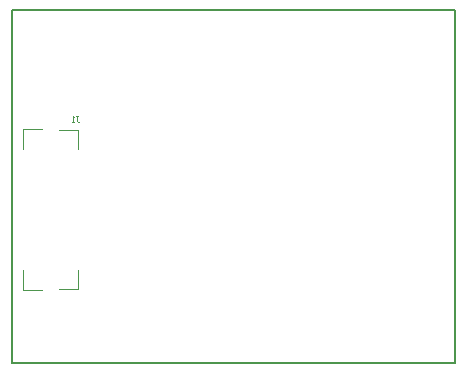
<source format=gbo>
%FSLAX25Y25*%
%MOIN*%
G70*
G01*
G75*
G04 Layer_Color=32896*
%ADD10R,0.01969X0.01969*%
%ADD11R,0.02362X0.01969*%
%ADD12R,0.02559X0.02165*%
%ADD13R,0.03740X0.03740*%
%ADD14R,0.02165X0.02559*%
%ADD15R,0.03740X0.03740*%
%ADD16R,0.01969X0.01378*%
%ADD17R,0.02756X0.01181*%
%ADD18R,0.03504X0.06299*%
%ADD19C,0.01181*%
%ADD20C,0.01000*%
%ADD21C,0.02362*%
%ADD22C,0.01378*%
%ADD23C,0.00787*%
%ADD24C,0.01969*%
%ADD25C,0.11811*%
%ADD26C,0.02165*%
%ADD27R,0.03937X0.01378*%
%ADD28R,0.04724X0.05315*%
%ADD29C,0.01260*%
%ADD30C,0.00591*%
%ADD31C,0.00394*%
%ADD32C,0.00709*%
%ADD33C,0.00276*%
%ADD34R,0.02769X0.02769*%
%ADD35R,0.03162X0.02769*%
%ADD36R,0.03359X0.02965*%
%ADD37R,0.04540X0.04540*%
%ADD38R,0.02965X0.03359*%
%ADD39R,0.04540X0.04540*%
%ADD40R,0.02769X0.02178*%
%ADD41R,0.03386X0.01811*%
%ADD42R,0.04134X0.06929*%
%ADD43C,0.12611*%
%ADD44C,0.02965*%
%ADD45R,0.04252X0.01693*%
%ADD46R,0.05039X0.05630*%
D23*
X-100Y-100D02*
X147538D01*
X-81Y117660D02*
X147540D01*
X147557Y117643D01*
Y-57D02*
Y117643D01*
X-81Y-57D02*
Y117660D01*
Y-57D02*
X147557D01*
D31*
X21849Y71061D02*
Y77656D01*
X15550D02*
X21849D01*
X3542Y71160D02*
Y77754D01*
X9841D01*
X3542Y24309D02*
Y30904D01*
Y24309D02*
X9841D01*
X15451Y24408D02*
X21750D01*
Y31002D01*
D33*
X20988Y82168D02*
X21644D01*
X21316D01*
Y80528D01*
X21644Y80200D01*
X21972D01*
X22300Y80528D01*
X20332Y80200D02*
X19676D01*
X20004D01*
Y82168D01*
X20332Y81840D01*
M02*

</source>
